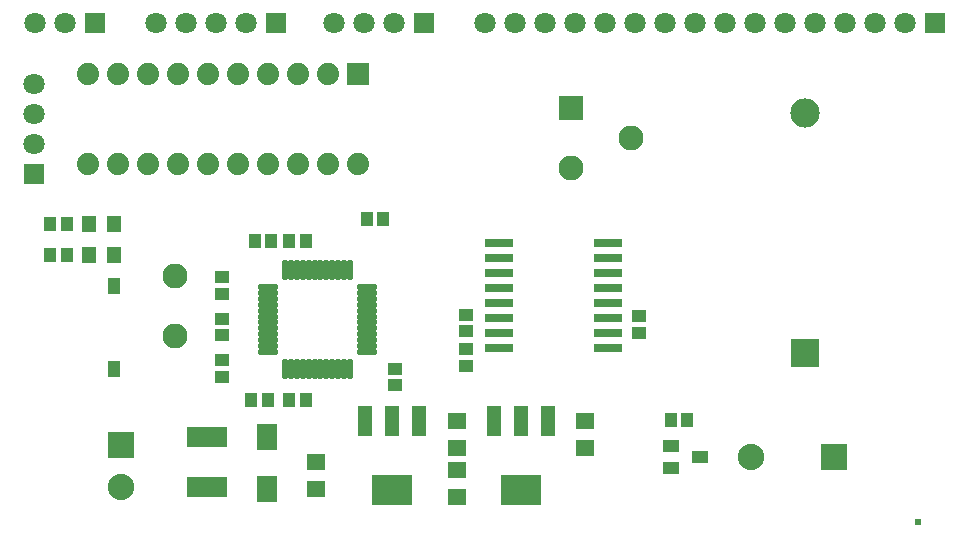
<source format=gts>
G04*
G04 #@! TF.GenerationSoftware,Altium Limited,Altium Designer,21.9.2 (33)*
G04*
G04 Layer_Color=8388736*
%FSTAX24Y24*%
%MOIN*%
G70*
G04*
G04 #@! TF.SameCoordinates,42221833-7155-40BC-9F66-F4787AFC6187*
G04*
G04*
G04 #@! TF.FilePolarity,Negative*
G04*
G01*
G75*
%ADD36R,0.0513X0.0552*%
%ADD37R,0.0454X0.0395*%
%ADD38R,0.0395X0.0454*%
%ADD39R,0.0630X0.0580*%
%ADD40R,0.0474X0.1025*%
%ADD41R,0.1379X0.1025*%
%ADD42R,0.1344X0.0690*%
%ADD43R,0.0230X0.0230*%
%ADD44R,0.0946X0.0316*%
%ADD45R,0.0552X0.0415*%
%ADD46R,0.0690X0.0907*%
G04:AMPARAMS|DCode=47|XSize=19mil|YSize=69.4mil|CornerRadius=6.8mil|HoleSize=0mil|Usage=FLASHONLY|Rotation=90.000|XOffset=0mil|YOffset=0mil|HoleType=Round|Shape=RoundedRectangle|*
%AMROUNDEDRECTD47*
21,1,0.0190,0.0559,0,0,90.0*
21,1,0.0055,0.0694,0,0,90.0*
1,1,0.0135,0.0280,0.0028*
1,1,0.0135,0.0280,-0.0028*
1,1,0.0135,-0.0280,-0.0028*
1,1,0.0135,-0.0280,0.0028*
%
%ADD47ROUNDEDRECTD47*%
G04:AMPARAMS|DCode=48|XSize=19mil|YSize=69.4mil|CornerRadius=6.8mil|HoleSize=0mil|Usage=FLASHONLY|Rotation=0.000|XOffset=0mil|YOffset=0mil|HoleType=Round|Shape=RoundedRectangle|*
%AMROUNDEDRECTD48*
21,1,0.0190,0.0559,0,0,0.0*
21,1,0.0055,0.0694,0,0,0.0*
1,1,0.0135,0.0028,-0.0280*
1,1,0.0135,-0.0028,-0.0280*
1,1,0.0135,-0.0028,0.0280*
1,1,0.0135,0.0028,0.0280*
%
%ADD48ROUNDEDRECTD48*%
%ADD49R,0.0395X0.0552*%
%ADD50C,0.0710*%
%ADD51R,0.0710X0.0710*%
%ADD52C,0.0740*%
%ADD53R,0.0740X0.0740*%
%ADD54R,0.0710X0.0710*%
%ADD55R,0.0980X0.0980*%
%ADD56C,0.0980*%
%ADD57C,0.0880*%
%ADD58R,0.0880X0.0880*%
%ADD59R,0.0880X0.0880*%
%ADD60C,0.0830*%
%ADD61R,0.0830X0.0830*%
D36*
X021043Y03565D02*
D03*
X020217D02*
D03*
X021043Y0367D02*
D03*
X020217D02*
D03*
D37*
X03279Y03197D02*
D03*
Y032521D02*
D03*
X02467Y032156D02*
D03*
Y031604D02*
D03*
Y033536D02*
D03*
Y032984D02*
D03*
Y034916D02*
D03*
Y034364D02*
D03*
X03279Y033119D02*
D03*
Y03367D02*
D03*
X03854Y033611D02*
D03*
Y03306D02*
D03*
X03043Y031866D02*
D03*
Y031314D02*
D03*
D38*
X02689Y03083D02*
D03*
X027441D02*
D03*
X02563D02*
D03*
X026181D02*
D03*
X026889Y03612D02*
D03*
X02744D02*
D03*
X040166Y03015D02*
D03*
X039614D02*
D03*
X018924Y0367D02*
D03*
X019476D02*
D03*
X018929Y03565D02*
D03*
X01948D02*
D03*
X029484Y03687D02*
D03*
X030036D02*
D03*
X025754Y03612D02*
D03*
X026306D02*
D03*
D39*
X03249Y02851D02*
D03*
Y02761D02*
D03*
X0278Y02876D02*
D03*
Y02786D02*
D03*
X03248Y02923D02*
D03*
Y03013D02*
D03*
X03675D02*
D03*
Y02923D02*
D03*
D40*
X031226Y030112D02*
D03*
X03032D02*
D03*
X029414D02*
D03*
X035526Y030122D02*
D03*
X03462D02*
D03*
X033714D02*
D03*
D41*
X03032Y027828D02*
D03*
X03462Y027838D02*
D03*
D42*
X02415Y027933D02*
D03*
Y029587D02*
D03*
D43*
X04787Y02677D02*
D03*
D44*
X037521Y03306D02*
D03*
X033899Y03406D02*
D03*
X037521Y03256D02*
D03*
Y03356D02*
D03*
Y03406D02*
D03*
X033899Y03356D02*
D03*
Y03456D02*
D03*
Y03506D02*
D03*
X037521D02*
D03*
X033899Y03606D02*
D03*
X037521Y03456D02*
D03*
Y03556D02*
D03*
X033899D02*
D03*
X037521Y03606D02*
D03*
X033899Y03306D02*
D03*
Y03256D02*
D03*
D45*
X040592Y02893D02*
D03*
X03961Y02856D02*
D03*
X039608Y029304D02*
D03*
D46*
X02615Y029596D02*
D03*
Y027864D02*
D03*
D47*
X026194Y034593D02*
D03*
Y034396D02*
D03*
Y034199D02*
D03*
Y034002D02*
D03*
Y033805D02*
D03*
Y033608D02*
D03*
Y033412D02*
D03*
Y033215D02*
D03*
Y033018D02*
D03*
Y032821D02*
D03*
Y032624D02*
D03*
Y032427D02*
D03*
X029486D02*
D03*
Y032624D02*
D03*
Y032821D02*
D03*
Y033018D02*
D03*
Y033215D02*
D03*
Y033412D02*
D03*
Y033608D02*
D03*
Y033805D02*
D03*
Y034002D02*
D03*
Y034199D02*
D03*
Y034396D02*
D03*
Y034593D02*
D03*
D48*
X026757Y031864D02*
D03*
X026954D02*
D03*
X027151D02*
D03*
X027348D02*
D03*
X027545D02*
D03*
X027742D02*
D03*
X027938D02*
D03*
X028135D02*
D03*
X028332D02*
D03*
X028529D02*
D03*
X028726D02*
D03*
X028923D02*
D03*
Y035156D02*
D03*
X028726D02*
D03*
X028529D02*
D03*
X028332D02*
D03*
X028135D02*
D03*
X027938D02*
D03*
X027742D02*
D03*
X027545D02*
D03*
X027348D02*
D03*
X027151D02*
D03*
X026954D02*
D03*
X026757D02*
D03*
D49*
X02105Y031872D02*
D03*
Y034628D02*
D03*
D50*
X03039Y0434D02*
D03*
X02939D02*
D03*
X02839D02*
D03*
X01841D02*
D03*
X01941D02*
D03*
X02244D02*
D03*
X02344D02*
D03*
X02544D02*
D03*
X02444D02*
D03*
X03341D02*
D03*
X03441D02*
D03*
X03741D02*
D03*
X03841D02*
D03*
X03941D02*
D03*
X04141D02*
D03*
X04241D02*
D03*
X04441D02*
D03*
X04641D02*
D03*
X04741D02*
D03*
X04541D02*
D03*
X04341D02*
D03*
X04041D02*
D03*
X03641D02*
D03*
X03541D02*
D03*
X01838Y03935D02*
D03*
Y04035D02*
D03*
Y04135D02*
D03*
D51*
X03139Y0434D02*
D03*
X02041D02*
D03*
X02644D02*
D03*
X04841D02*
D03*
D52*
X02919Y03869D02*
D03*
X02819D02*
D03*
X02719D02*
D03*
X02619D02*
D03*
X02519D02*
D03*
X02419D02*
D03*
X02319D02*
D03*
X02219D02*
D03*
X02119D02*
D03*
X02019D02*
D03*
Y04169D02*
D03*
X02119D02*
D03*
X02219D02*
D03*
X02319D02*
D03*
X02419D02*
D03*
X02519D02*
D03*
X02619D02*
D03*
X02719D02*
D03*
X02819D02*
D03*
D53*
X02919D02*
D03*
D54*
X01838Y03835D02*
D03*
D55*
X04408Y0324D02*
D03*
D56*
Y0404D02*
D03*
D57*
X04228Y02893D02*
D03*
X0213Y02794D02*
D03*
D58*
X045067Y02893D02*
D03*
D59*
X0213Y029318D02*
D03*
D60*
X02309Y03496D02*
D03*
Y03296D02*
D03*
X0383Y03955D02*
D03*
X0363Y03855D02*
D03*
D61*
Y04055D02*
D03*
M02*

</source>
